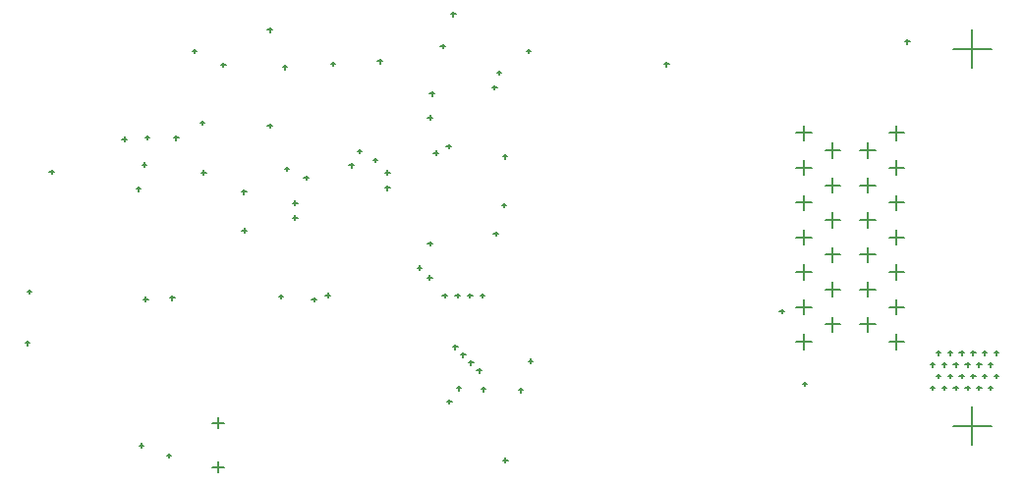
<source format=gbr>
%TF.GenerationSoftware,Altium Limited,Altium Designer,19.0.15 (446)*%
G04 Layer_Color=128*
%FSLAX26Y26*%
%MOIN*%
%TF.FileFunction,Drillmap*%
%TF.Part,Single*%
G01*
G75*
%TA.AperFunction,NonConductor*%
%ADD80C,0.005000*%
D80*
X1281496Y95275D02*
X1320866D01*
X1301181Y75591D02*
Y114960D01*
X1281496Y245275D02*
X1320866D01*
X1301181Y225590D02*
Y264961D01*
X3793307Y235236D02*
X3923228D01*
X3858268Y170276D02*
Y300197D01*
X3261811Y1229331D02*
X3312992D01*
X3287402Y1203740D02*
Y1254921D01*
X3261811Y1111220D02*
X3312992D01*
X3287402Y1085630D02*
Y1136811D01*
X3261811Y993110D02*
X3312992D01*
X3287402Y967520D02*
Y1018701D01*
X3261811Y875000D02*
X3312992D01*
X3287402Y849409D02*
Y900591D01*
X3261811Y756890D02*
X3312992D01*
X3287402Y731299D02*
Y782480D01*
X3261811Y638779D02*
X3312992D01*
X3287402Y613189D02*
Y664370D01*
X3261811Y520669D02*
X3312992D01*
X3287402Y495079D02*
Y546260D01*
X3360236Y1170276D02*
X3411417D01*
X3385827Y1144685D02*
Y1195866D01*
X3360236Y1052165D02*
X3411417D01*
X3385827Y1026575D02*
Y1077756D01*
X3360236Y934055D02*
X3411417D01*
X3385827Y908465D02*
Y959646D01*
X3360236Y815945D02*
X3411417D01*
X3385827Y790354D02*
Y841535D01*
X3360236Y697835D02*
X3411417D01*
X3385827Y672244D02*
Y723425D01*
X3360236Y579724D02*
X3411417D01*
X3385827Y554134D02*
Y605315D01*
X3478347Y1170276D02*
X3529528D01*
X3503937Y1144685D02*
Y1195866D01*
X3478347Y1052165D02*
X3529528D01*
X3503937Y1026575D02*
Y1077756D01*
X3478347Y934055D02*
X3529528D01*
X3503937Y908465D02*
Y959646D01*
X3478347Y815945D02*
X3529528D01*
X3503937Y790354D02*
Y841535D01*
X3478347Y697835D02*
X3529528D01*
X3503937Y672244D02*
Y723425D01*
X3478347Y579724D02*
X3529528D01*
X3503937Y554134D02*
Y605315D01*
X3576772Y1229331D02*
X3627953D01*
X3602362Y1203740D02*
Y1254921D01*
X3576772Y1111220D02*
X3627953D01*
X3602362Y1085630D02*
Y1136811D01*
X3576772Y993110D02*
X3627953D01*
X3602362Y967520D02*
Y1018701D01*
X3576772Y875000D02*
X3627953D01*
X3602362Y849409D02*
Y900591D01*
X3576772Y756890D02*
X3627953D01*
X3602362Y731299D02*
Y782480D01*
X3576772Y638779D02*
X3627953D01*
X3602362Y613189D02*
Y664370D01*
X3576772Y520669D02*
X3627953D01*
X3602362Y495079D02*
Y546260D01*
X3793307Y1514764D02*
X3923228D01*
X3858268Y1449803D02*
Y1579724D01*
X1976752Y771520D02*
X1991752D01*
X1984252Y764020D02*
Y779020D01*
X1618484Y664370D02*
X1633484D01*
X1625984Y656870D02*
Y671870D01*
X1033124Y168037D02*
X1048124D01*
X1040624Y160537D02*
Y175537D01*
X1126358Y133858D02*
X1141358D01*
X1133858Y126358D02*
Y141358D01*
X1683993Y1464567D02*
X1698993D01*
X1691493Y1457067D02*
Y1472067D01*
X1827146Y1136752D02*
X1842146D01*
X1834646Y1129252D02*
Y1144252D01*
X2018615Y1362205D02*
X2033615D01*
X2026115Y1354705D02*
Y1369705D01*
X975505Y1208661D02*
X990505D01*
X983005Y1201161D02*
Y1216161D01*
X2266122Y1149606D02*
X2281122D01*
X2273622Y1142106D02*
Y1157106D01*
X1842035Y1472441D02*
X1857035D01*
X1849535Y1464941D02*
Y1479941D01*
X1240024Y1263112D02*
X1255024D01*
X1247524Y1255612D02*
Y1270612D01*
X1520059Y1452756D02*
X1535059D01*
X1527559Y1445256D02*
Y1460256D01*
X1468878Y1254260D02*
X1483878D01*
X1476378Y1246760D02*
Y1261760D01*
X728721Y1096460D02*
X743721D01*
X736221Y1088960D02*
Y1103960D01*
X653917Y689961D02*
X668917D01*
X661417Y682461D02*
Y697461D01*
X2346831Y1507874D02*
X2361831D01*
X2354331Y1500374D02*
Y1515374D01*
X2814722Y1462923D02*
X2829722D01*
X2822222Y1455423D02*
Y1470423D01*
X3631455Y1539370D02*
X3646455D01*
X3638955Y1531870D02*
Y1546870D01*
X1468878Y1579232D02*
X1483878D01*
X1476378Y1571732D02*
Y1586732D01*
X1213806Y1507874D02*
X1228806D01*
X1221306Y1500374D02*
Y1515374D01*
X1151204Y1212598D02*
X1166204D01*
X1158704Y1205098D02*
Y1220098D01*
X1053512Y1213699D02*
X1068512D01*
X1061012Y1206199D02*
Y1221199D01*
X646043Y515748D02*
X661043D01*
X653543Y508248D02*
Y523248D01*
X1138169Y669291D02*
X1153169D01*
X1145669Y661791D02*
Y676791D01*
X1507159Y674328D02*
X1522159D01*
X1514659Y666828D02*
Y681828D01*
X2268091Y118110D02*
X2283091D01*
X2275591Y110610D02*
Y125610D01*
X2193287Y359048D02*
X2208287D01*
X2200787Y351548D02*
Y366548D01*
X2320256Y356299D02*
X2335256D01*
X2327756Y348799D02*
Y363799D01*
X2110610Y362205D02*
X2125610D01*
X2118110Y354705D02*
Y369705D01*
X1665728Y678150D02*
X1680728D01*
X1673228Y670650D02*
Y685650D01*
X1311398Y1460630D02*
X1326398D01*
X1318898Y1453130D02*
Y1468130D01*
X1023996Y1039370D02*
X1038996D01*
X1031496Y1031870D02*
Y1046870D01*
X1244468Y1095472D02*
X1259468D01*
X1251968Y1087972D02*
Y1102972D01*
X1044158Y1122047D02*
X1059158D01*
X1051658Y1114547D02*
Y1129547D01*
X1047618Y665354D02*
X1062618D01*
X1055118Y657854D02*
Y672854D01*
X1382264Y898622D02*
X1397264D01*
X1389764Y891122D02*
Y906122D01*
X1381280Y1029528D02*
X1396280D01*
X1388780Y1022028D02*
Y1037028D01*
X2190335Y677165D02*
X2205335D01*
X2197835Y669665D02*
Y684665D01*
X2264153Y983268D02*
X2279153D01*
X2271653Y975768D02*
Y990768D01*
X2235610Y886811D02*
X2250610D01*
X2243110Y879311D02*
Y894311D01*
X1773012Y1167323D02*
X1788012D01*
X1780512Y1159823D02*
Y1174823D01*
X1745012Y1119094D02*
X1760012D01*
X1752512Y1111594D02*
Y1126594D01*
X1554508Y941929D02*
X1569508D01*
X1562008Y934429D02*
Y949429D01*
X1554508Y992126D02*
X1569508D01*
X1562008Y984626D02*
Y999626D01*
X1525965Y1107284D02*
X1540965D01*
X1533465Y1099784D02*
Y1114784D01*
X1591909Y1076772D02*
X1606909D01*
X1599409Y1069272D02*
Y1084272D01*
X2011201Y738189D02*
X2026201D01*
X2018701Y730689D02*
Y745689D01*
X1867500Y1042323D02*
X1882500D01*
X1875000Y1034823D02*
Y1049823D01*
X1867500Y1095472D02*
X1882500D01*
X1875000Y1087972D02*
Y1102972D01*
X2247028Y1434449D02*
X2262028D01*
X2254528Y1426949D02*
Y1441949D01*
X2231280Y1384449D02*
X2246280D01*
X2238780Y1376949D02*
Y1391949D01*
X2105033Y677165D02*
X2120033D01*
X2112533Y669665D02*
Y684665D01*
X2062382Y677165D02*
X2077382D01*
X2069882Y669665D02*
Y684665D01*
X2147684Y677165D02*
X2162684D01*
X2155184Y669665D02*
Y684665D01*
X2012185Y854331D02*
X2027185D01*
X2019685Y846831D02*
Y861831D01*
X2090925Y1632382D02*
X2105925D01*
X2098425Y1624882D02*
Y1639882D01*
X2055492Y1523622D02*
X2070492D01*
X2062992Y1516122D02*
Y1531122D01*
X2031870Y1161417D02*
X2046870D01*
X2039370Y1153917D02*
Y1168917D01*
X2075177Y1184449D02*
X2090177D01*
X2082677Y1176949D02*
Y1191949D01*
X2012185Y1281988D02*
X2027185D01*
X2019685Y1274488D02*
Y1289488D01*
X2352736Y454724D02*
X2367736D01*
X2360236Y447224D02*
Y462224D01*
X2178425Y422342D02*
X2193425D01*
X2185925Y414842D02*
Y429842D01*
X2151555Y449213D02*
X2166555D01*
X2159055Y441713D02*
Y456713D01*
X2124685Y476083D02*
X2139685D01*
X2132185Y468583D02*
Y483583D01*
X2097815Y502953D02*
X2112815D01*
X2105315Y495453D02*
Y510453D01*
X2078130Y317913D02*
X2093130D01*
X2085630Y310413D02*
Y325413D01*
X3205098Y624016D02*
X3220098D01*
X3212598Y616516D02*
Y631516D01*
X3283839Y376969D02*
X3298839D01*
X3291339Y369469D02*
Y384469D01*
X3933462Y482284D02*
X3948462D01*
X3940962Y474784D02*
Y489784D01*
X3913777Y442914D02*
X3928777D01*
X3921277Y435414D02*
Y450414D01*
X3933462Y403544D02*
X3948462D01*
X3940962Y396044D02*
Y411044D01*
X3913777Y364174D02*
X3928777D01*
X3921277Y356674D02*
Y371674D01*
X3894092Y482284D02*
X3909092D01*
X3901592Y474784D02*
Y489784D01*
X3874407Y442914D02*
X3889407D01*
X3881907Y435414D02*
Y450414D01*
X3894092Y403544D02*
X3909092D01*
X3901592Y396044D02*
Y411044D01*
X3874407Y364174D02*
X3889407D01*
X3881907Y356674D02*
Y371674D01*
X3854722Y482284D02*
X3869722D01*
X3862222Y474784D02*
Y489784D01*
X3835037Y442914D02*
X3850037D01*
X3842537Y435414D02*
Y450414D01*
X3854722Y403544D02*
X3869722D01*
X3862222Y396044D02*
Y411044D01*
X3835037Y364174D02*
X3850037D01*
X3842537Y356674D02*
Y371674D01*
X3815352Y482284D02*
X3830352D01*
X3822852Y474784D02*
Y489784D01*
X3795667Y442914D02*
X3810667D01*
X3803167Y435414D02*
Y450414D01*
X3815352Y403544D02*
X3830352D01*
X3822852Y396044D02*
Y411044D01*
X3795667Y364174D02*
X3810667D01*
X3803167Y356674D02*
Y371674D01*
X3775982Y482284D02*
X3790982D01*
X3783482Y474784D02*
Y489784D01*
X3756297Y442914D02*
X3771297D01*
X3763797Y435414D02*
Y450414D01*
X3775982Y403544D02*
X3790982D01*
X3783482Y396044D02*
Y411044D01*
X3756297Y364174D02*
X3771297D01*
X3763797Y356674D02*
Y371674D01*
X3736611Y482284D02*
X3751611D01*
X3744111Y474784D02*
Y489784D01*
X3716927Y442914D02*
X3731927D01*
X3724427Y435414D02*
Y450414D01*
X3736611Y403544D02*
X3751611D01*
X3744111Y396044D02*
Y411044D01*
X3716927Y364174D02*
X3731927D01*
X3724427Y356674D02*
Y371674D01*
%TF.MD5,9cb4c9c8b0f4b5b880dc6beb17475bb5*%
M02*

</source>
